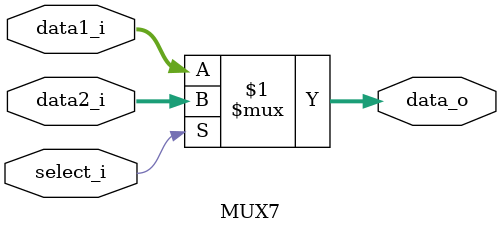
<source format=v>
module MUX7(
    data1_i,
    data2_i,
    select_i,
    data_o
);

input [6:0] data1_i, data2_i;
input select_i;
output[6:0] data_o;

assign data_o = select_i ? data2_i : data1_i ;

endmodule
</source>
